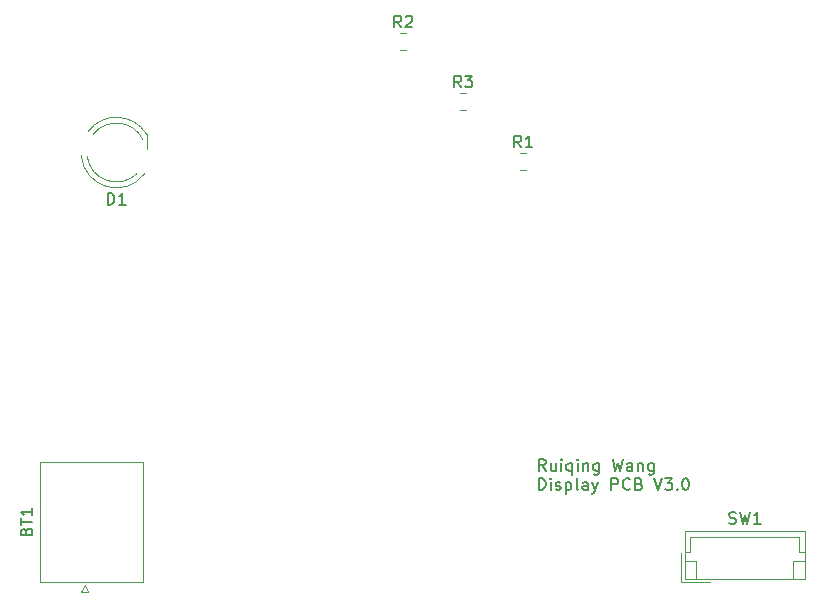
<source format=gbr>
%TF.GenerationSoftware,KiCad,Pcbnew,7.0.10*%
%TF.CreationDate,2024-02-04T14:41:23-08:00*%
%TF.ProjectId,514final,35313466-696e-4616-9c2e-6b696361645f,rev?*%
%TF.SameCoordinates,Original*%
%TF.FileFunction,Legend,Top*%
%TF.FilePolarity,Positive*%
%FSLAX46Y46*%
G04 Gerber Fmt 4.6, Leading zero omitted, Abs format (unit mm)*
G04 Created by KiCad (PCBNEW 7.0.10) date 2024-02-04 14:41:23*
%MOMM*%
%LPD*%
G01*
G04 APERTURE LIST*
%ADD10C,0.150000*%
%ADD11C,0.120000*%
G04 APERTURE END LIST*
D10*
X223158207Y-134149819D02*
X222824874Y-133673628D01*
X222586779Y-134149819D02*
X222586779Y-133149819D01*
X222586779Y-133149819D02*
X222967731Y-133149819D01*
X222967731Y-133149819D02*
X223062969Y-133197438D01*
X223062969Y-133197438D02*
X223110588Y-133245057D01*
X223110588Y-133245057D02*
X223158207Y-133340295D01*
X223158207Y-133340295D02*
X223158207Y-133483152D01*
X223158207Y-133483152D02*
X223110588Y-133578390D01*
X223110588Y-133578390D02*
X223062969Y-133626009D01*
X223062969Y-133626009D02*
X222967731Y-133673628D01*
X222967731Y-133673628D02*
X222586779Y-133673628D01*
X224015350Y-133483152D02*
X224015350Y-134149819D01*
X223586779Y-133483152D02*
X223586779Y-134006961D01*
X223586779Y-134006961D02*
X223634398Y-134102200D01*
X223634398Y-134102200D02*
X223729636Y-134149819D01*
X223729636Y-134149819D02*
X223872493Y-134149819D01*
X223872493Y-134149819D02*
X223967731Y-134102200D01*
X223967731Y-134102200D02*
X224015350Y-134054580D01*
X224491541Y-134149819D02*
X224491541Y-133483152D01*
X224491541Y-133149819D02*
X224443922Y-133197438D01*
X224443922Y-133197438D02*
X224491541Y-133245057D01*
X224491541Y-133245057D02*
X224539160Y-133197438D01*
X224539160Y-133197438D02*
X224491541Y-133149819D01*
X224491541Y-133149819D02*
X224491541Y-133245057D01*
X225396302Y-133483152D02*
X225396302Y-134483152D01*
X225396302Y-134102200D02*
X225301064Y-134149819D01*
X225301064Y-134149819D02*
X225110588Y-134149819D01*
X225110588Y-134149819D02*
X225015350Y-134102200D01*
X225015350Y-134102200D02*
X224967731Y-134054580D01*
X224967731Y-134054580D02*
X224920112Y-133959342D01*
X224920112Y-133959342D02*
X224920112Y-133673628D01*
X224920112Y-133673628D02*
X224967731Y-133578390D01*
X224967731Y-133578390D02*
X225015350Y-133530771D01*
X225015350Y-133530771D02*
X225110588Y-133483152D01*
X225110588Y-133483152D02*
X225301064Y-133483152D01*
X225301064Y-133483152D02*
X225396302Y-133530771D01*
X225872493Y-134149819D02*
X225872493Y-133483152D01*
X225872493Y-133149819D02*
X225824874Y-133197438D01*
X225824874Y-133197438D02*
X225872493Y-133245057D01*
X225872493Y-133245057D02*
X225920112Y-133197438D01*
X225920112Y-133197438D02*
X225872493Y-133149819D01*
X225872493Y-133149819D02*
X225872493Y-133245057D01*
X226348683Y-133483152D02*
X226348683Y-134149819D01*
X226348683Y-133578390D02*
X226396302Y-133530771D01*
X226396302Y-133530771D02*
X226491540Y-133483152D01*
X226491540Y-133483152D02*
X226634397Y-133483152D01*
X226634397Y-133483152D02*
X226729635Y-133530771D01*
X226729635Y-133530771D02*
X226777254Y-133626009D01*
X226777254Y-133626009D02*
X226777254Y-134149819D01*
X227682016Y-133483152D02*
X227682016Y-134292676D01*
X227682016Y-134292676D02*
X227634397Y-134387914D01*
X227634397Y-134387914D02*
X227586778Y-134435533D01*
X227586778Y-134435533D02*
X227491540Y-134483152D01*
X227491540Y-134483152D02*
X227348683Y-134483152D01*
X227348683Y-134483152D02*
X227253445Y-134435533D01*
X227682016Y-134102200D02*
X227586778Y-134149819D01*
X227586778Y-134149819D02*
X227396302Y-134149819D01*
X227396302Y-134149819D02*
X227301064Y-134102200D01*
X227301064Y-134102200D02*
X227253445Y-134054580D01*
X227253445Y-134054580D02*
X227205826Y-133959342D01*
X227205826Y-133959342D02*
X227205826Y-133673628D01*
X227205826Y-133673628D02*
X227253445Y-133578390D01*
X227253445Y-133578390D02*
X227301064Y-133530771D01*
X227301064Y-133530771D02*
X227396302Y-133483152D01*
X227396302Y-133483152D02*
X227586778Y-133483152D01*
X227586778Y-133483152D02*
X227682016Y-133530771D01*
X228824874Y-133149819D02*
X229062969Y-134149819D01*
X229062969Y-134149819D02*
X229253445Y-133435533D01*
X229253445Y-133435533D02*
X229443921Y-134149819D01*
X229443921Y-134149819D02*
X229682017Y-133149819D01*
X230491540Y-134149819D02*
X230491540Y-133626009D01*
X230491540Y-133626009D02*
X230443921Y-133530771D01*
X230443921Y-133530771D02*
X230348683Y-133483152D01*
X230348683Y-133483152D02*
X230158207Y-133483152D01*
X230158207Y-133483152D02*
X230062969Y-133530771D01*
X230491540Y-134102200D02*
X230396302Y-134149819D01*
X230396302Y-134149819D02*
X230158207Y-134149819D01*
X230158207Y-134149819D02*
X230062969Y-134102200D01*
X230062969Y-134102200D02*
X230015350Y-134006961D01*
X230015350Y-134006961D02*
X230015350Y-133911723D01*
X230015350Y-133911723D02*
X230062969Y-133816485D01*
X230062969Y-133816485D02*
X230158207Y-133768866D01*
X230158207Y-133768866D02*
X230396302Y-133768866D01*
X230396302Y-133768866D02*
X230491540Y-133721247D01*
X230967731Y-133483152D02*
X230967731Y-134149819D01*
X230967731Y-133578390D02*
X231015350Y-133530771D01*
X231015350Y-133530771D02*
X231110588Y-133483152D01*
X231110588Y-133483152D02*
X231253445Y-133483152D01*
X231253445Y-133483152D02*
X231348683Y-133530771D01*
X231348683Y-133530771D02*
X231396302Y-133626009D01*
X231396302Y-133626009D02*
X231396302Y-134149819D01*
X232301064Y-133483152D02*
X232301064Y-134292676D01*
X232301064Y-134292676D02*
X232253445Y-134387914D01*
X232253445Y-134387914D02*
X232205826Y-134435533D01*
X232205826Y-134435533D02*
X232110588Y-134483152D01*
X232110588Y-134483152D02*
X231967731Y-134483152D01*
X231967731Y-134483152D02*
X231872493Y-134435533D01*
X232301064Y-134102200D02*
X232205826Y-134149819D01*
X232205826Y-134149819D02*
X232015350Y-134149819D01*
X232015350Y-134149819D02*
X231920112Y-134102200D01*
X231920112Y-134102200D02*
X231872493Y-134054580D01*
X231872493Y-134054580D02*
X231824874Y-133959342D01*
X231824874Y-133959342D02*
X231824874Y-133673628D01*
X231824874Y-133673628D02*
X231872493Y-133578390D01*
X231872493Y-133578390D02*
X231920112Y-133530771D01*
X231920112Y-133530771D02*
X232015350Y-133483152D01*
X232015350Y-133483152D02*
X232205826Y-133483152D01*
X232205826Y-133483152D02*
X232301064Y-133530771D01*
X222586779Y-135759819D02*
X222586779Y-134759819D01*
X222586779Y-134759819D02*
X222824874Y-134759819D01*
X222824874Y-134759819D02*
X222967731Y-134807438D01*
X222967731Y-134807438D02*
X223062969Y-134902676D01*
X223062969Y-134902676D02*
X223110588Y-134997914D01*
X223110588Y-134997914D02*
X223158207Y-135188390D01*
X223158207Y-135188390D02*
X223158207Y-135331247D01*
X223158207Y-135331247D02*
X223110588Y-135521723D01*
X223110588Y-135521723D02*
X223062969Y-135616961D01*
X223062969Y-135616961D02*
X222967731Y-135712200D01*
X222967731Y-135712200D02*
X222824874Y-135759819D01*
X222824874Y-135759819D02*
X222586779Y-135759819D01*
X223586779Y-135759819D02*
X223586779Y-135093152D01*
X223586779Y-134759819D02*
X223539160Y-134807438D01*
X223539160Y-134807438D02*
X223586779Y-134855057D01*
X223586779Y-134855057D02*
X223634398Y-134807438D01*
X223634398Y-134807438D02*
X223586779Y-134759819D01*
X223586779Y-134759819D02*
X223586779Y-134855057D01*
X224015350Y-135712200D02*
X224110588Y-135759819D01*
X224110588Y-135759819D02*
X224301064Y-135759819D01*
X224301064Y-135759819D02*
X224396302Y-135712200D01*
X224396302Y-135712200D02*
X224443921Y-135616961D01*
X224443921Y-135616961D02*
X224443921Y-135569342D01*
X224443921Y-135569342D02*
X224396302Y-135474104D01*
X224396302Y-135474104D02*
X224301064Y-135426485D01*
X224301064Y-135426485D02*
X224158207Y-135426485D01*
X224158207Y-135426485D02*
X224062969Y-135378866D01*
X224062969Y-135378866D02*
X224015350Y-135283628D01*
X224015350Y-135283628D02*
X224015350Y-135236009D01*
X224015350Y-135236009D02*
X224062969Y-135140771D01*
X224062969Y-135140771D02*
X224158207Y-135093152D01*
X224158207Y-135093152D02*
X224301064Y-135093152D01*
X224301064Y-135093152D02*
X224396302Y-135140771D01*
X224872493Y-135093152D02*
X224872493Y-136093152D01*
X224872493Y-135140771D02*
X224967731Y-135093152D01*
X224967731Y-135093152D02*
X225158207Y-135093152D01*
X225158207Y-135093152D02*
X225253445Y-135140771D01*
X225253445Y-135140771D02*
X225301064Y-135188390D01*
X225301064Y-135188390D02*
X225348683Y-135283628D01*
X225348683Y-135283628D02*
X225348683Y-135569342D01*
X225348683Y-135569342D02*
X225301064Y-135664580D01*
X225301064Y-135664580D02*
X225253445Y-135712200D01*
X225253445Y-135712200D02*
X225158207Y-135759819D01*
X225158207Y-135759819D02*
X224967731Y-135759819D01*
X224967731Y-135759819D02*
X224872493Y-135712200D01*
X225920112Y-135759819D02*
X225824874Y-135712200D01*
X225824874Y-135712200D02*
X225777255Y-135616961D01*
X225777255Y-135616961D02*
X225777255Y-134759819D01*
X226729636Y-135759819D02*
X226729636Y-135236009D01*
X226729636Y-135236009D02*
X226682017Y-135140771D01*
X226682017Y-135140771D02*
X226586779Y-135093152D01*
X226586779Y-135093152D02*
X226396303Y-135093152D01*
X226396303Y-135093152D02*
X226301065Y-135140771D01*
X226729636Y-135712200D02*
X226634398Y-135759819D01*
X226634398Y-135759819D02*
X226396303Y-135759819D01*
X226396303Y-135759819D02*
X226301065Y-135712200D01*
X226301065Y-135712200D02*
X226253446Y-135616961D01*
X226253446Y-135616961D02*
X226253446Y-135521723D01*
X226253446Y-135521723D02*
X226301065Y-135426485D01*
X226301065Y-135426485D02*
X226396303Y-135378866D01*
X226396303Y-135378866D02*
X226634398Y-135378866D01*
X226634398Y-135378866D02*
X226729636Y-135331247D01*
X227110589Y-135093152D02*
X227348684Y-135759819D01*
X227586779Y-135093152D02*
X227348684Y-135759819D01*
X227348684Y-135759819D02*
X227253446Y-135997914D01*
X227253446Y-135997914D02*
X227205827Y-136045533D01*
X227205827Y-136045533D02*
X227110589Y-136093152D01*
X228729637Y-135759819D02*
X228729637Y-134759819D01*
X228729637Y-134759819D02*
X229110589Y-134759819D01*
X229110589Y-134759819D02*
X229205827Y-134807438D01*
X229205827Y-134807438D02*
X229253446Y-134855057D01*
X229253446Y-134855057D02*
X229301065Y-134950295D01*
X229301065Y-134950295D02*
X229301065Y-135093152D01*
X229301065Y-135093152D02*
X229253446Y-135188390D01*
X229253446Y-135188390D02*
X229205827Y-135236009D01*
X229205827Y-135236009D02*
X229110589Y-135283628D01*
X229110589Y-135283628D02*
X228729637Y-135283628D01*
X230301065Y-135664580D02*
X230253446Y-135712200D01*
X230253446Y-135712200D02*
X230110589Y-135759819D01*
X230110589Y-135759819D02*
X230015351Y-135759819D01*
X230015351Y-135759819D02*
X229872494Y-135712200D01*
X229872494Y-135712200D02*
X229777256Y-135616961D01*
X229777256Y-135616961D02*
X229729637Y-135521723D01*
X229729637Y-135521723D02*
X229682018Y-135331247D01*
X229682018Y-135331247D02*
X229682018Y-135188390D01*
X229682018Y-135188390D02*
X229729637Y-134997914D01*
X229729637Y-134997914D02*
X229777256Y-134902676D01*
X229777256Y-134902676D02*
X229872494Y-134807438D01*
X229872494Y-134807438D02*
X230015351Y-134759819D01*
X230015351Y-134759819D02*
X230110589Y-134759819D01*
X230110589Y-134759819D02*
X230253446Y-134807438D01*
X230253446Y-134807438D02*
X230301065Y-134855057D01*
X231062970Y-135236009D02*
X231205827Y-135283628D01*
X231205827Y-135283628D02*
X231253446Y-135331247D01*
X231253446Y-135331247D02*
X231301065Y-135426485D01*
X231301065Y-135426485D02*
X231301065Y-135569342D01*
X231301065Y-135569342D02*
X231253446Y-135664580D01*
X231253446Y-135664580D02*
X231205827Y-135712200D01*
X231205827Y-135712200D02*
X231110589Y-135759819D01*
X231110589Y-135759819D02*
X230729637Y-135759819D01*
X230729637Y-135759819D02*
X230729637Y-134759819D01*
X230729637Y-134759819D02*
X231062970Y-134759819D01*
X231062970Y-134759819D02*
X231158208Y-134807438D01*
X231158208Y-134807438D02*
X231205827Y-134855057D01*
X231205827Y-134855057D02*
X231253446Y-134950295D01*
X231253446Y-134950295D02*
X231253446Y-135045533D01*
X231253446Y-135045533D02*
X231205827Y-135140771D01*
X231205827Y-135140771D02*
X231158208Y-135188390D01*
X231158208Y-135188390D02*
X231062970Y-135236009D01*
X231062970Y-135236009D02*
X230729637Y-135236009D01*
X232348685Y-134759819D02*
X232682018Y-135759819D01*
X232682018Y-135759819D02*
X233015351Y-134759819D01*
X233253447Y-134759819D02*
X233872494Y-134759819D01*
X233872494Y-134759819D02*
X233539161Y-135140771D01*
X233539161Y-135140771D02*
X233682018Y-135140771D01*
X233682018Y-135140771D02*
X233777256Y-135188390D01*
X233777256Y-135188390D02*
X233824875Y-135236009D01*
X233824875Y-135236009D02*
X233872494Y-135331247D01*
X233872494Y-135331247D02*
X233872494Y-135569342D01*
X233872494Y-135569342D02*
X233824875Y-135664580D01*
X233824875Y-135664580D02*
X233777256Y-135712200D01*
X233777256Y-135712200D02*
X233682018Y-135759819D01*
X233682018Y-135759819D02*
X233396304Y-135759819D01*
X233396304Y-135759819D02*
X233301066Y-135712200D01*
X233301066Y-135712200D02*
X233253447Y-135664580D01*
X234301066Y-135664580D02*
X234348685Y-135712200D01*
X234348685Y-135712200D02*
X234301066Y-135759819D01*
X234301066Y-135759819D02*
X234253447Y-135712200D01*
X234253447Y-135712200D02*
X234301066Y-135664580D01*
X234301066Y-135664580D02*
X234301066Y-135759819D01*
X234967732Y-134759819D02*
X235062970Y-134759819D01*
X235062970Y-134759819D02*
X235158208Y-134807438D01*
X235158208Y-134807438D02*
X235205827Y-134855057D01*
X235205827Y-134855057D02*
X235253446Y-134950295D01*
X235253446Y-134950295D02*
X235301065Y-135140771D01*
X235301065Y-135140771D02*
X235301065Y-135378866D01*
X235301065Y-135378866D02*
X235253446Y-135569342D01*
X235253446Y-135569342D02*
X235205827Y-135664580D01*
X235205827Y-135664580D02*
X235158208Y-135712200D01*
X235158208Y-135712200D02*
X235062970Y-135759819D01*
X235062970Y-135759819D02*
X234967732Y-135759819D01*
X234967732Y-135759819D02*
X234872494Y-135712200D01*
X234872494Y-135712200D02*
X234824875Y-135664580D01*
X234824875Y-135664580D02*
X234777256Y-135569342D01*
X234777256Y-135569342D02*
X234729637Y-135378866D01*
X234729637Y-135378866D02*
X234729637Y-135140771D01*
X234729637Y-135140771D02*
X234777256Y-134950295D01*
X234777256Y-134950295D02*
X234824875Y-134855057D01*
X234824875Y-134855057D02*
X234872494Y-134807438D01*
X234872494Y-134807438D02*
X234967732Y-134759819D01*
X238696667Y-138577200D02*
X238839524Y-138624819D01*
X238839524Y-138624819D02*
X239077619Y-138624819D01*
X239077619Y-138624819D02*
X239172857Y-138577200D01*
X239172857Y-138577200D02*
X239220476Y-138529580D01*
X239220476Y-138529580D02*
X239268095Y-138434342D01*
X239268095Y-138434342D02*
X239268095Y-138339104D01*
X239268095Y-138339104D02*
X239220476Y-138243866D01*
X239220476Y-138243866D02*
X239172857Y-138196247D01*
X239172857Y-138196247D02*
X239077619Y-138148628D01*
X239077619Y-138148628D02*
X238887143Y-138101009D01*
X238887143Y-138101009D02*
X238791905Y-138053390D01*
X238791905Y-138053390D02*
X238744286Y-138005771D01*
X238744286Y-138005771D02*
X238696667Y-137910533D01*
X238696667Y-137910533D02*
X238696667Y-137815295D01*
X238696667Y-137815295D02*
X238744286Y-137720057D01*
X238744286Y-137720057D02*
X238791905Y-137672438D01*
X238791905Y-137672438D02*
X238887143Y-137624819D01*
X238887143Y-137624819D02*
X239125238Y-137624819D01*
X239125238Y-137624819D02*
X239268095Y-137672438D01*
X239601429Y-137624819D02*
X239839524Y-138624819D01*
X239839524Y-138624819D02*
X240030000Y-137910533D01*
X240030000Y-137910533D02*
X240220476Y-138624819D01*
X240220476Y-138624819D02*
X240458572Y-137624819D01*
X241363333Y-138624819D02*
X240791905Y-138624819D01*
X241077619Y-138624819D02*
X241077619Y-137624819D01*
X241077619Y-137624819D02*
X240982381Y-137767676D01*
X240982381Y-137767676D02*
X240887143Y-137862914D01*
X240887143Y-137862914D02*
X240791905Y-137910533D01*
X221083333Y-106754819D02*
X220750000Y-106278628D01*
X220511905Y-106754819D02*
X220511905Y-105754819D01*
X220511905Y-105754819D02*
X220892857Y-105754819D01*
X220892857Y-105754819D02*
X220988095Y-105802438D01*
X220988095Y-105802438D02*
X221035714Y-105850057D01*
X221035714Y-105850057D02*
X221083333Y-105945295D01*
X221083333Y-105945295D02*
X221083333Y-106088152D01*
X221083333Y-106088152D02*
X221035714Y-106183390D01*
X221035714Y-106183390D02*
X220988095Y-106231009D01*
X220988095Y-106231009D02*
X220892857Y-106278628D01*
X220892857Y-106278628D02*
X220511905Y-106278628D01*
X222035714Y-106754819D02*
X221464286Y-106754819D01*
X221750000Y-106754819D02*
X221750000Y-105754819D01*
X221750000Y-105754819D02*
X221654762Y-105897676D01*
X221654762Y-105897676D02*
X221559524Y-105992914D01*
X221559524Y-105992914D02*
X221464286Y-106040533D01*
X216003333Y-101674819D02*
X215670000Y-101198628D01*
X215431905Y-101674819D02*
X215431905Y-100674819D01*
X215431905Y-100674819D02*
X215812857Y-100674819D01*
X215812857Y-100674819D02*
X215908095Y-100722438D01*
X215908095Y-100722438D02*
X215955714Y-100770057D01*
X215955714Y-100770057D02*
X216003333Y-100865295D01*
X216003333Y-100865295D02*
X216003333Y-101008152D01*
X216003333Y-101008152D02*
X215955714Y-101103390D01*
X215955714Y-101103390D02*
X215908095Y-101151009D01*
X215908095Y-101151009D02*
X215812857Y-101198628D01*
X215812857Y-101198628D02*
X215431905Y-101198628D01*
X216336667Y-100674819D02*
X216955714Y-100674819D01*
X216955714Y-100674819D02*
X216622381Y-101055771D01*
X216622381Y-101055771D02*
X216765238Y-101055771D01*
X216765238Y-101055771D02*
X216860476Y-101103390D01*
X216860476Y-101103390D02*
X216908095Y-101151009D01*
X216908095Y-101151009D02*
X216955714Y-101246247D01*
X216955714Y-101246247D02*
X216955714Y-101484342D01*
X216955714Y-101484342D02*
X216908095Y-101579580D01*
X216908095Y-101579580D02*
X216860476Y-101627200D01*
X216860476Y-101627200D02*
X216765238Y-101674819D01*
X216765238Y-101674819D02*
X216479524Y-101674819D01*
X216479524Y-101674819D02*
X216384286Y-101627200D01*
X216384286Y-101627200D02*
X216336667Y-101579580D01*
X210923333Y-96594819D02*
X210590000Y-96118628D01*
X210351905Y-96594819D02*
X210351905Y-95594819D01*
X210351905Y-95594819D02*
X210732857Y-95594819D01*
X210732857Y-95594819D02*
X210828095Y-95642438D01*
X210828095Y-95642438D02*
X210875714Y-95690057D01*
X210875714Y-95690057D02*
X210923333Y-95785295D01*
X210923333Y-95785295D02*
X210923333Y-95928152D01*
X210923333Y-95928152D02*
X210875714Y-96023390D01*
X210875714Y-96023390D02*
X210828095Y-96071009D01*
X210828095Y-96071009D02*
X210732857Y-96118628D01*
X210732857Y-96118628D02*
X210351905Y-96118628D01*
X211304286Y-95690057D02*
X211351905Y-95642438D01*
X211351905Y-95642438D02*
X211447143Y-95594819D01*
X211447143Y-95594819D02*
X211685238Y-95594819D01*
X211685238Y-95594819D02*
X211780476Y-95642438D01*
X211780476Y-95642438D02*
X211828095Y-95690057D01*
X211828095Y-95690057D02*
X211875714Y-95785295D01*
X211875714Y-95785295D02*
X211875714Y-95880533D01*
X211875714Y-95880533D02*
X211828095Y-96023390D01*
X211828095Y-96023390D02*
X211256667Y-96594819D01*
X211256667Y-96594819D02*
X211875714Y-96594819D01*
X186078905Y-111602819D02*
X186078905Y-110602819D01*
X186078905Y-110602819D02*
X186317000Y-110602819D01*
X186317000Y-110602819D02*
X186459857Y-110650438D01*
X186459857Y-110650438D02*
X186555095Y-110745676D01*
X186555095Y-110745676D02*
X186602714Y-110840914D01*
X186602714Y-110840914D02*
X186650333Y-111031390D01*
X186650333Y-111031390D02*
X186650333Y-111174247D01*
X186650333Y-111174247D02*
X186602714Y-111364723D01*
X186602714Y-111364723D02*
X186555095Y-111459961D01*
X186555095Y-111459961D02*
X186459857Y-111555200D01*
X186459857Y-111555200D02*
X186317000Y-111602819D01*
X186317000Y-111602819D02*
X186078905Y-111602819D01*
X187602714Y-111602819D02*
X187031286Y-111602819D01*
X187317000Y-111602819D02*
X187317000Y-110602819D01*
X187317000Y-110602819D02*
X187221762Y-110745676D01*
X187221762Y-110745676D02*
X187126524Y-110840914D01*
X187126524Y-110840914D02*
X187031286Y-110888533D01*
X179181009Y-139255714D02*
X179228628Y-139112857D01*
X179228628Y-139112857D02*
X179276247Y-139065238D01*
X179276247Y-139065238D02*
X179371485Y-139017619D01*
X179371485Y-139017619D02*
X179514342Y-139017619D01*
X179514342Y-139017619D02*
X179609580Y-139065238D01*
X179609580Y-139065238D02*
X179657200Y-139112857D01*
X179657200Y-139112857D02*
X179704819Y-139208095D01*
X179704819Y-139208095D02*
X179704819Y-139589047D01*
X179704819Y-139589047D02*
X178704819Y-139589047D01*
X178704819Y-139589047D02*
X178704819Y-139255714D01*
X178704819Y-139255714D02*
X178752438Y-139160476D01*
X178752438Y-139160476D02*
X178800057Y-139112857D01*
X178800057Y-139112857D02*
X178895295Y-139065238D01*
X178895295Y-139065238D02*
X178990533Y-139065238D01*
X178990533Y-139065238D02*
X179085771Y-139112857D01*
X179085771Y-139112857D02*
X179133390Y-139160476D01*
X179133390Y-139160476D02*
X179181009Y-139255714D01*
X179181009Y-139255714D02*
X179181009Y-139589047D01*
X178704819Y-138731904D02*
X178704819Y-138160476D01*
X179704819Y-138446190D02*
X178704819Y-138446190D01*
X179704819Y-137303333D02*
X179704819Y-137874761D01*
X179704819Y-137589047D02*
X178704819Y-137589047D01*
X178704819Y-137589047D02*
X178847676Y-137684285D01*
X178847676Y-137684285D02*
X178942914Y-137779523D01*
X178942914Y-137779523D02*
X178990533Y-137874761D01*
D11*
%TO.C,SW1*%
X235420000Y-139760000D02*
X244640000Y-139760000D01*
X245140000Y-143280000D02*
X245140000Y-139260000D01*
X234920000Y-140970000D02*
X235420000Y-140970000D01*
X234920000Y-139260000D02*
X234920000Y-143280000D01*
X235920000Y-141780000D02*
X235920000Y-143280000D01*
X234920000Y-141780000D02*
X235920000Y-141780000D01*
X245140000Y-139260000D02*
X234920000Y-139260000D01*
X234620000Y-143580000D02*
X237120000Y-143580000D01*
X235420000Y-140970000D02*
X235420000Y-139760000D01*
X245140000Y-141780000D02*
X244140000Y-141780000D01*
X234620000Y-141080000D02*
X234620000Y-143580000D01*
X244640000Y-139760000D02*
X244640000Y-140970000D01*
X244140000Y-141780000D02*
X244140000Y-143280000D01*
X244640000Y-140970000D02*
X245140000Y-140970000D01*
X234920000Y-143280000D02*
X245140000Y-143280000D01*
%TO.C,R1*%
X221022936Y-107215000D02*
X221477064Y-107215000D01*
X221022936Y-108685000D02*
X221477064Y-108685000D01*
%TO.C,R3*%
X215942936Y-103605000D02*
X216397064Y-103605000D01*
X215942936Y-102135000D02*
X216397064Y-102135000D01*
%TO.C,R2*%
X210862936Y-98525000D02*
X211317064Y-98525000D01*
X210862936Y-97055000D02*
X211317064Y-97055000D01*
%TO.C,D1*%
X189376999Y-105643170D02*
G75*
G03*
X184425666Y-105393113I-2559999J-1544830D01*
G01*
X183840165Y-107446216D02*
G75*
G03*
X189202000Y-108988000I2976835J258216D01*
G01*
X189071684Y-106108000D02*
G75*
G03*
X184857914Y-105634944I-2254684J-1080000D01*
G01*
X184336910Y-107474421D02*
G75*
G03*
X188569599Y-108965999I2480090J286421D01*
G01*
X189377000Y-106888812D02*
X189377000Y-105643000D01*
%TO.C,BT1*%
X183850000Y-144380000D02*
X184150000Y-143780000D01*
X184450000Y-144380000D02*
X183850000Y-144380000D01*
X184150000Y-143780000D02*
X184450000Y-144380000D01*
X180340000Y-143580000D02*
X189060000Y-143580000D01*
X189060000Y-143580000D02*
X189060000Y-133360000D01*
X180340000Y-133360000D02*
X180340000Y-143580000D01*
X189060000Y-133360000D02*
X180340000Y-133360000D01*
%TD*%
M02*

</source>
